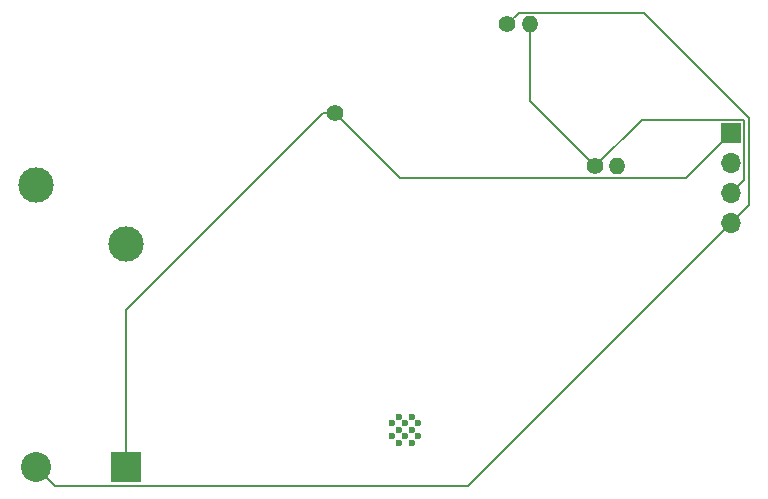
<source format=gbr>
%TF.GenerationSoftware,KiCad,Pcbnew,9.0.0*%
%TF.CreationDate,2025-04-09T12:13:31+05:30*%
%TF.ProjectId,iot-waterpump,696f742d-7761-4746-9572-70756d702e6b,rev?*%
%TF.SameCoordinates,Original*%
%TF.FileFunction,Copper,L2,Bot*%
%TF.FilePolarity,Positive*%
%FSLAX46Y46*%
G04 Gerber Fmt 4.6, Leading zero omitted, Abs format (unit mm)*
G04 Created by KiCad (PCBNEW 9.0.0) date 2025-04-09 12:13:31*
%MOMM*%
%LPD*%
G01*
G04 APERTURE LIST*
%TA.AperFunction,ComponentPad*%
%ADD10O,1.700000X1.700000*%
%TD*%
%TA.AperFunction,ComponentPad*%
%ADD11R,1.700000X1.700000*%
%TD*%
%TA.AperFunction,ComponentPad*%
%ADD12O,1.400000X1.400000*%
%TD*%
%TA.AperFunction,ComponentPad*%
%ADD13C,1.400000*%
%TD*%
%TA.AperFunction,ComponentPad*%
%ADD14C,2.540000*%
%TD*%
%TA.AperFunction,ComponentPad*%
%ADD15R,2.540000X2.540000*%
%TD*%
%TA.AperFunction,ComponentPad*%
%ADD16C,3.000000*%
%TD*%
%TA.AperFunction,HeatsinkPad*%
%ADD17C,0.600000*%
%TD*%
%TA.AperFunction,Conductor*%
%ADD18C,0.200000*%
%TD*%
G04 APERTURE END LIST*
D10*
%TO.P,U2,4,GND*%
%TO.N,Net-(J1-Pin_2)*%
X229500000Y-102320000D03*
%TO.P,U2,3,ECHO*%
%TO.N,Net-(U2-ECHO)*%
X229500000Y-99780000D03*
%TO.P,U2,2,TRIG*%
%TO.N,Net-(U1-IO4)*%
X229500000Y-97240000D03*
D11*
%TO.P,U2,1,VCC*%
%TO.N,+5V*%
X229500000Y-94700000D03*
%TD*%
D12*
%TO.P,R3,2*%
%TO.N,Net-(U1-IO5)*%
X219900000Y-97500000D03*
D13*
%TO.P,R3,1*%
%TO.N,Net-(U2-ECHO)*%
X218000000Y-97500000D03*
%TD*%
D12*
%TO.P,R2,2*%
%TO.N,Net-(U2-ECHO)*%
X212495000Y-85500000D03*
D13*
%TO.P,R2,1*%
%TO.N,Net-(J1-Pin_2)*%
X210595000Y-85500000D03*
%TD*%
D14*
%TO.P,K1,A2*%
%TO.N,Net-(J1-Pin_2)*%
X170680000Y-123000000D03*
D15*
%TO.P,K1,A1*%
%TO.N,+5V*%
X178300000Y-123000000D03*
D16*
%TO.P,K1,14*%
%TO.N,unconnected-(K1-Pad14)*%
X170680000Y-99060000D03*
%TO.P,K1,11*%
%TO.N,Net-(M1-+)*%
X178300000Y-104100000D03*
%TD*%
D13*
%TO.P,J1,1,Pin_1*%
%TO.N,+5V*%
X196000000Y-93000000D03*
%TD*%
D17*
%TO.P,U1,19,GND*%
%TO.N,Net-(J1-Pin_2)*%
X203060000Y-120350000D03*
X203060000Y-119250000D03*
X202510000Y-120900000D03*
X202510000Y-119800000D03*
X202510000Y-118700000D03*
X201960000Y-120350000D03*
X201960000Y-119250000D03*
X201410000Y-120900000D03*
X201410000Y-119800000D03*
X201410000Y-118700000D03*
X200860000Y-120350000D03*
X200860000Y-119250000D03*
%TD*%
D18*
%TO.N,Net-(J1-Pin_2)*%
X231052000Y-93382900D02*
X231052000Y-100768000D01*
X222168100Y-84499000D02*
X231052000Y-93382900D01*
X231052000Y-100768000D02*
X229500000Y-102320000D01*
X211596000Y-84499000D02*
X222168100Y-84499000D01*
X210595000Y-85500000D02*
X211596000Y-84499000D01*
%TO.N,Net-(U2-ECHO)*%
X221951000Y-93549000D02*
X218000000Y-97500000D01*
X230651000Y-93549000D02*
X221951000Y-93549000D01*
X230651000Y-98629000D02*
X230651000Y-93549000D01*
X229500000Y-99780000D02*
X230651000Y-98629000D01*
%TO.N,Net-(J1-Pin_2)*%
X207249000Y-124571000D02*
X229500000Y-102320000D01*
X172251000Y-124571000D02*
X207249000Y-124571000D01*
X170680000Y-123000000D02*
X172251000Y-124571000D01*
%TO.N,+5V*%
X178300000Y-109710051D02*
X178300000Y-123000000D01*
X195010051Y-93000000D02*
X178300000Y-109710051D01*
X196000000Y-93000000D02*
X195010051Y-93000000D01*
X201501000Y-98501000D02*
X196000000Y-93000000D01*
X225699000Y-98501000D02*
X201501000Y-98501000D01*
X229500000Y-94700000D02*
X225699000Y-98501000D01*
%TO.N,Net-(U2-ECHO)*%
X212495000Y-91995000D02*
X212495000Y-85500000D01*
X218000000Y-97500000D02*
X212495000Y-91995000D01*
%TD*%
M02*

</source>
